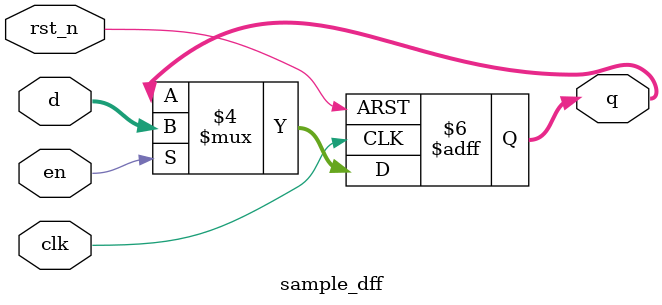
<source format=v>
module sample_dff(
	clk,
	rst_n,
	en,
	d, q	
);

input clk, rst_n;
input en;
input [3:0]	d;
output [3:0] q;

reg [3:0] q;

always@(posedge clk or negedge rst_n) begin
	if (!rst_n)		q <= 4'd0;
	else if (en)	q <= d;
	else			q <= q;
end

endmodule

</source>
